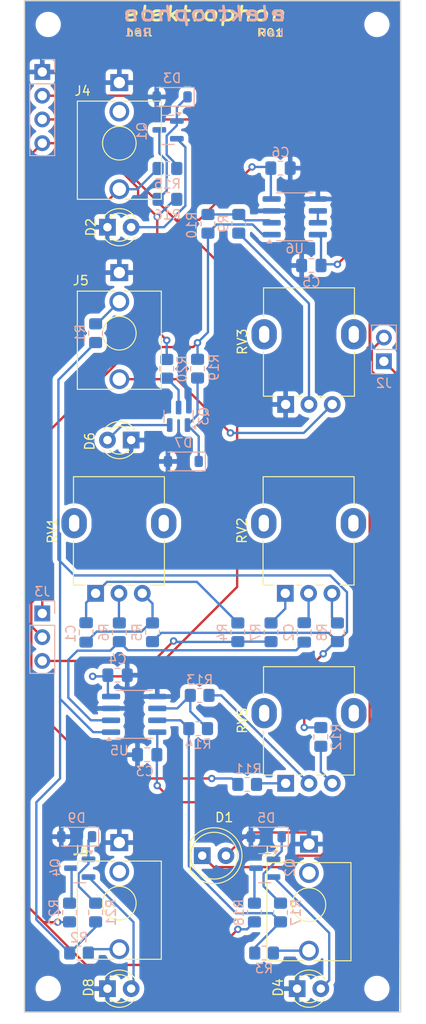
<source format=kicad_pcb>
(kicad_pcb (version 20240108) (generator "pcbnew") (generator_version "8.0")
  (title_block (title "hall") (rev "1") (comment 1 "PCB for mount circuit") (comment 2 "module for a spring reverb tank") (comment 4 "License CC BY 4.0 - Attribution 4.0 International"))
  (layers (0 "F.Cu" signal) (31 "B.Cu" signal) (34 "B.Paste" user) (35 "F.Paste" user) (36 "B.SilkS" user "B.Silkscreen") (37 "F.SilkS" user "F.Silkscreen") (38 "B.Mask" user) (39 "F.Mask" user) (44 "Edge.Cuts" user))
  (net 0 "")
  (net 1 "Net-(J5-PadTN)")
  (net 2 "/REVERB")
  (net 3 "/OUT")
  (net 4 "Net-(J7-PadT)")
  (net 5 "/FB1")
  (net 6 "Net-(D3-K)")
  (net 7 "GND")
  (net 8 "Net-(U6A--)")
  (net 9 "/FB2")
  (net 10 "/IN")
  (net 11 "Net-(C1-Pad1)")
  (net 12 "Net-(C1-Pad2)")
  (net 13 "Net-(U5A--)")
  (net 14 "Net-(D4-A)")
  (net 15 "-15V")
  (net 16 "+15V")
  (net 19 "Net-(C2-Pad2)")
  (net 20 "/LED1")
  (net 21 "/LED2")
  (net 22 "Net-(D5-K)")
  (net 23 "Net-(D6-A)")
  (net 24 "Net-(D7-K)")
  (net 25 "Net-(R6-Pad1)")
  (net 26 "Net-(D8-A)")
  (net 27 "Net-(R13-Pad1)")
  (net 28 "Net-(D9-K)")
  (net 29 "Net-(D2-A)")
  (net 30 "Net-(U5B--)")
  (net 31 "Net-(Q1-C)")
  (net 32 "Net-(Q2-C)")
  (net 33 "+5V")
  (net 34 "Net-(J6-PadT)")
  (net 36 "Net-(Q3-C)")
  (net 37 "Net-(Q4-C)")
  (net 38 "Net-(R7-Pad1)")
  (net 39 "Net-(R8-Pad1)")
  (net 40 "Net-(R11-Pad2)")
  (net 41 "Net-(R12-Pad1)")
  (net 42 "Net-(U6B--)")
  (net 43 "/TONE")
  (net 44 "Net-(J5-PadT)")
  (footprint "MountingHole:MountingHole_2.2mm_M2" (layer "F.Cu") (at 88.56 53.34)
    (property "Reference" "H2" (hide yes))
    (property "Value" "H2" (hide yes))
  )
  (footprint "MountingHole:MountingHole_2.2mm_M2" (layer "F.Cu") (at 53.34 156.44)
    (property "Reference" "H3" (hide yes))
    (property "Value" "H3" (hide yes))
  )
  (footprint "MountingHole:MountingHole_2.2mm_M2" (layer "F.Cu") (at 88.56 156.44)
    (property "Reference" "H4" (hide yes))
    (property "Value" "H4" (hide yes))
  )
  (footprint "LED_THT:LED_D3.0mm" (layer "F.Cu") (at 59.69 156.464)
    (property "Reference" "D8")
    (property "Value" "LED (Red)")
  )
  (footprint "elektrophon:Potentiometer_Alpha_RD901F-40-00D_Single_Vertical" (layer "F.Cu") (at 60.96 106.68 90)
    (property "Reference" "RV1")
    (property "Value" "100k")
  )
  (footprint "elektrophon:elektrophon logo" (layer "F.Cu") (at 70.104 53.213)
    (property "Reference" "REF**" (hide yes))
    (property "Value" "elektrophon logo" (hide yes))
  )
  (footprint "elektrophon:Jack_3.5mm_WQP-PJ398SM_Vertical" (layer "F.Cu") (at 60.96 86.36)
    (property "Reference" "J5")
    (property "Value" "PJ398SM")
  )
  (footprint "elektrophon:Potentiometer_Alpha_RD901F-40-00D_Single_Vertical" (layer "F.Cu") (at 81.32 86.48 90)
    (property "Reference" "RV3")
    (property "Value" "100k")
  )
  (footprint "elektrophon:Jack_3.5mm_WQP-PJ398SM_Vertical" (layer "F.Cu") (at 60.96 147.32)
    (property "Reference" "J6")
    (property "Value" "PJ398SM")
  )
  (footprint "elektrophon:Potentiometer_Alpha_RD901F-40-00D_Single_Vertical" (layer "F.Cu") (at 81.28 106.68 90)
    (property "Reference" "RV2")
    (property "Value" "100k")
  )
  (footprint "LED_THT:LED_D5.0mm" (layer "F.Cu") (at 69.845 142.24)
    (property "Reference" "D1")
    (property "Value" "LED (Red)")
  )
  (footprint "LED_THT:LED_D3.0mm" (layer "F.Cu") (at 80.01 156.464)
    (property "Reference" "D4")
    (property "Value" "LED (Red)")
  )
  (footprint "elektrophon:Potentiometer_Alpha_RD901F-40-00D_Single_Vertical" (layer "F.Cu") (at 81.32 127 90)
    (property "Reference" "RV5")
    (property "Value" "100k")
  )
  (footprint "LED_THT:LED_D3.0mm" (layer "F.Cu") (at 62.23 97.79 180)
    (property "Reference" "D6")
    (property "Value" "LED (Green)")
  )
  (footprint "elektrophon:Jack_3.5mm_WQP-PJ398SM_Vertical" (layer "F.Cu") (at 60.96 66.04)
    (property "Reference" "J4")
    (property "Value" "PJ398SM")
  )
  (footprint "elektrophon:Jack_3.5mm_WQP-PJ398SM_Vertical" (layer "F.Cu") (at 81.28 147.48)
    (property "Reference" "J7")
    (property "Value" "PJ398SM")
  )
  (footprint "MountingHole:MountingHole_2.2mm_M2" (layer "F.Cu") (at 53.34 53.34)
    (property "Reference" "H1" (hide yes))
    (property "Value" "H1")
  )
  (footprint "LED_THT:LED_D3.0mm" (layer "F.Cu") (at 59.685 75.024)
    (property "Reference" "D2")
    (property "Value" "LED (Green)")
  )
  (footprint "Resistor_SMD:R_0805_2012Metric_Pad1.20x1.40mm_HandSolder" (layer "B.Cu") (at 55.626 148.32 -90)
    (property "Reference" "R22")
    (property "Value" "5.1k")
  )
  (footprint "Resistor_SMD:R_0805_2012Metric_Pad1.20x1.40mm_HandSolder" (layer "B.Cu") (at 69.407 128.651)
    (property "Reference" "R14")
    (property "Value" "100k")
  )
  (footprint "Package_SO:SOIC-8_3.9x4.9mm_P1.27mm" (layer "B.Cu") (at 79.756 73.914)
    (property "Reference" "U6")
    (property "Value" "TL072")
  )
  (footprint "Resistor_SMD:R_0805_2012Metric_Pad1.20x1.40mm_HandSolder" (layer "B.Cu") (at 64.516 118.348 -90)
    (property "Reference" "R5")
    (property "Value" "22k")
  )
  (footprint "Diode_SMD:D_SOD-123" (layer "B.Cu") (at 66.615 61.087 180)
    (property "Reference" "D3")
    (property "Value" "1N4148W")
  )
  (footprint "Diode_SMD:D_SOD-123" (layer "B.Cu") (at 67.818 100.076 180)
    (property "Reference" "D7")
    (property "Value" "1N4148W")
  )
  (footprint "Resistor_SMD:R_0805_2012Metric_Pad1.20x1.40mm_HandSolder" (layer "B.Cu") (at 76.47 152.654)
    (property "Reference" "R3")
    (property "Value" "1k")
  )
  (footprint "Connector_PinHeader_2.54mm:PinHeader_1x03_P2.54mm_Vertical" (layer "B.Cu") (at 52.705 116.332 180)
    (property "Reference" "J3")
    (property "Value" "01x03 Male")
  )
  (footprint "Capacitor_SMD:C_0805_2012Metric_Pad1.18x1.45mm_HandSolder" (layer "B.Cu") (at 60.771 122.936 180)
    (property "Reference" "C4")
    (property "Value" "100n")
  )
  (footprint "Resistor_SMD:R_0805_2012Metric_Pad1.20x1.40mm_HandSolder" (layer "B.Cu") (at 77.216 118.348 -90)
    (property "Reference" "R7")
    (property "Value" "10k")
  )
  (footprint "Resistor_SMD:R_0805_2012Metric_Pad1.20x1.40mm_HandSolder" (layer "B.Cu") (at 70.457 74.66 90)
    (property "Reference" "R10")
    (property "Value" "100k")
  )
  (footprint "Capacitor_SMD:C_0805_2012Metric_Pad1.18x1.45mm_HandSolder" (layer "B.Cu") (at 78.232 68.707 180)
    (property "Reference" "C6")
    (property "Value" "100n")
  )
  (footprint "Resistor_SMD:R_0805_2012Metric_Pad1.20x1.40mm_HandSolder" (layer "B.Cu") (at 74.66 134.62)
    (property "Reference" "R11")
    (property "Value" "10k")
  )
  (footprint "Package_TO_SOT_SMD:SOT-23" (layer "B.Cu") (at 66.185 64.613 180)
    (property "Reference" "Q1")
    (property "Value" "MMBT3904")
  )
  (footprint "Connector_PinHeader_2.54mm:PinHeader_1x02_P2.54mm_Vertical" (layer "B.Cu") (at 89.306 89.368)
    (property "Reference" "J2")
    (property "Value" "01x02 Male")
  )
  (footprint "Capacitor_SMD:C_0805_2012Metric_Pad1.18x1.45mm_HandSolder" (layer "B.Cu") (at 63.946 131.445 180)
    (property "Reference" "C3")
    (property "Value" "100n")
  )
  (footprint "Capacitor_SMD:C_0805_2012Metric_Pad1.18x1.45mm_HandSolder" (layer "B.Cu") (at 80.772 118.364 90)
    (property "Reference" "C2")
    (property "Value" "560p (C0G)")
  )
  (footprint "Diode_SMD:D_SOD-123" (layer "B.Cu") (at 76.708 140.208 180)
    (property "Reference" "D5")
    (property "Value" "1N4148W")
  )
  (footprint "Package_SO:SOIC-8_3.9x4.9mm_P1.27mm" (layer "B.Cu") (at 62.549 127.127)
    (property "Reference" "U5")
    (property "Value" "TL072")
  )
  (footprint "Package_TO_SOT_SMD:SOT-23" (layer "B.Cu") (at 67.31 95.25 90)
    (property "Reference" "Q3")
    (property "Value" "MMBT3904")
  )
  (footprint "Resistor_SMD:R_0805_2012Metric_Pad1.20x1.40mm_HandSolder" (layer "B.Cu") (at 75.438 148.32 -90)
    (property "Reference" "R18")
    (property "Value" "5.1k")
  )
  (footprint "Capacitor_SMD:C_0805_2012Metric_Pad1.18x1.45mm_HandSolder" (layer "B.Cu") (at 81.534 79.121 180)
    (property "Reference" "C5")
    (property "Value" "100n")
  )
  (footprint "Resistor_SMD:R_0805_2012Metric_Pad1.20x1.40mm_HandSolder" (layer "B.Cu") (at 73.66 118.348 90)
    (property "Reference" "R4")
    (property "Value" "22k")
  )
  (footprint "Diode_SMD:D_SOD-123" (layer "B.Cu") (at 56.388 140.208 180)
    (property "Reference" "D9")
    (property "Value" "1N4148W")
  )
  (footprint "Resistor_SMD:R_0805_2012Metric_Pad1.20x1.40mm_HandSolder" (layer "B.Cu") (at 73.759 74.66 90)
    (property "Reference" "R9")
    (property "Value" "100k")
  )
  (footprint "Resistor_SMD:R_0805_2012Metric_Pad1.20x1.40mm_HandSolder" (layer "B.Cu") (at 78.232 148.32 90)
    (property "Reference" "R17")
    (property "Value" "100k")
  )
  (footprint "Resistor_SMD:R_0805_2012Metric_Pad1.20x1.40mm_HandSolder" (layer "B.Cu") (at 66.04 90.17 90)
    (property "Reference" "R20")
    (property "Value" "5.1k")
  )
  (footprint "Resistor_SMD:R_0805_2012Metric_Pad1.20x1.40mm_HandSolder" (layer "B.Cu") (at 66.115 68.743)
    (property "Reference" "R15")
    (property "Value" "100k")
  )
  (footprint "Resistor_SMD:R_0805_2012Metric_Pad1.20x1.40mm_HandSolder" (layer "B.Cu") (at 69.566 125.095 180)
    (property "Reference" "R13")
    (property "Value" "100k")
  )
  (footprint "Capacitor_SMD:C_0805_2012Metric_Pad1.18x1.45mm_HandSolder" (layer "B.Cu") (at 57.404 118.364 90)
    (property "Reference" "C1")
    (property "Value" "47n (C0G)")
  )
  (footprint "Package_TO_SOT_SMD:SOT-23" (layer "B.Cu") (at 56.7205 143.576 180)
    (property "Reference" "Q4")
    (property "Value" "MMBT3904")
  )
  (footprint "Resistor_SMD:R_0805_2012Metric_Pad1.20x1.40mm_HandSolder" (layer "B.Cu") (at 56.642 152.654 180)
    (property "Reference" "R2")
    (property "Value" "1k")
  )
  (footprint "Resistor_SMD:R_0805_2012Metric_Pad1.20x1.40mm_HandSolder" (layer "B.Cu") (at 58.42 148.32 90)
    (property "Reference" "R21")
    (property "Value" "100k")
  )
  (footprint "Package_TO_SOT_SMD:SOT-23" (layer "B.Cu") (at 76.54 143.576 180)
    (property "Reference" "Q2")
    (property "Value" "MMBT3904")
  )
  (footprint "Resistor_SMD:R_0805_2012Metric_Pad1.20x1.40mm_HandSolder" (layer "B.Cu") (at 69.342 90.154 -90)
    (property "Reference" "R19")
    (property "Value" "100k")
  )
  (footprint "Resistor_SMD:R_0805_2012Metric_Pad1.20x1.40mm_HandSolder" (layer "B.Cu") (at 58.42 86.36 -90)
    (property "Reference" "R1")
    (property "Value" "1k")
  )
  (footprint "Connector_PinHeader_2.54mm:PinHeader_1x04_P2.54mm_Vertical" (layer "B.Cu") (at 52.705 58.42 180)
    (property "Reference" "J1" (hide yes))
    (property "Value" "01x04 Male")
  )
  (footprint "Resistor_SMD:R_0805_2012Metric_Pad1.20x1.40mm_HandSolder" (layer "B.Cu") (at 82.55 129.54 90)
    (property "Reference" "R12")
    (property "Value" "10k")
  )
  (footprint "Resistor_SMD:R_0805_2012Metric_Pad1.20x1.40mm_HandSolder" (layer "B.Cu") (at 60.96 118.348 -90)
    (property "Reference" "R6")
    (property "Value" "22k")
  )
  (footprint "Resistor_SMD:R_0805_2012Metric_Pad1.20x1.40mm_HandSolder" (layer "B.Cu") (at 84.328 118.348 -90)
    (property "Reference" "R8")
    (property "Value" "10k")
  )
  (footprint "Resistor_SMD:R_0805_2012Metric_Pad1.20x1.40mm_HandSolder" (layer "B.Cu") (at 66.115 72.045)
    (property "Reference" "R16")
    (property "Value" "5.1k")
  )
  (gr_line (start 50.8 50.8) (end 50.8 158.98) (stroke (width 0.15)) (layer "Edge.Cuts"))
  (gr_line (start 50.8 50.8) (end 91.1 50.8) (stroke (width 0.15)) (layer "Edge.Cuts"))
  (gr_line (start 91.1 158.98) (end 50.8 158.98) (stroke (width 0.15)) (layer "Edge.Cuts"))
  (gr_line (start 91.1 50.8) (end 91.1 158.98) (stroke (width 0.15)) (layer "Edge.Cuts"))
  (segment (start 58.42 85.36) (end 58.58 85.36) (width 0.25) (layer "B.Cu") (net 1))
  (segment (start 58.58 85.36) (end 60.96 82.98) (width 0.25) (layer "B.Cu") (net 1))
  (segment (start 64.643 121.412) (end 66.774278 119.280722) (width 0.25) (layer "F.Cu") (net 2))
  (segment (start 53.34 121.412) (end 64.643 121.412) (width 0.25) (layer "F.Cu") (net 2))
  (via (at 66.774278 119.280722) (size 0.8) (drill 0.4) (layers "F.Cu" "B.Cu") (net 2))
  (segment (start 66.873556 119.38) (end 66.774278 119.280722) (width 0.25) (layer "B.Cu") (net 2))
  (segment (start 73.66 119.348) (end 73.628 119.38) (width 0.25) (layer "B.Cu") (net 2))
  (segment (start 77.216 119.348) (end 73.66 119.348) (width 0.25) (layer "B.Cu") (net 2))
  (segment (start 73.628 119.38) (end 66.873556 119.38) (width 0.25) (layer "B.Cu") (net 2))
  (segment (start 65.024 127.762) (end 67.518 127.762) (width 0.25) (layer "B.Cu") (net 3))
  (segment (start 68.407 143.337) (end 68.407 128.651) (width 0.25) (layer "B.Cu") (net 3))
  (segment (start 77.307 148.395) (end 73.465 148.395) (width 0.25) (layer "B.Cu") (net 3))
  (segment (start 73.465 148.395) (end 68.407 143.337) (width 0.25) (layer "B.Cu") (net 3))
  (segment (start 75.47 152.082) (end 78.232 149.32) (width 0.25) (layer "B.Cu") (net 3))
  (segment (start 75.47 152.654) (end 75.47 152.082) (width 0.25) (layer "B.Cu") (net 3))
  (segment (start 67.518 127.762) (end 68.407 128.651) (width 0.25) (layer "B.Cu") (net 3))
  (segment (start 78.232 149.32) (end 77.307 148.395) (width 0.25) (layer "B.Cu") (net 3))
  (segment (start 77.724 152.4) (end 81.28 152.4) (width 0.25) (layer "B.Cu") (net 4))
  (segment (start 77.47 152.654) (end 77.724 152.4) (width 0.25) (layer "B.Cu") (net 4))
  (segment (start 81.28 83.181) (end 73.759 75.66) (width 0.25) (layer "B.Cu") (net 5))
  (segment (start 81.28 93.98) (end 81.28 83.181) (width 0.25) (layer "B.Cu") (net 5))
  (segment (start 66.031751 67.269855) (end 66.031751 65.238) (width 0.25) (layer "B.Cu") (net 6))
  (segment (start 67.1225 64.147251) (end 67.1225 63.663) (width 0.25) (layer "B.Cu") (net 6))
  (segment (start 67.1225 63.663) (end 67.1225 62.2295) (width 0.25) (layer "B.Cu") (net 6))
  (segment (start 67.115 68.353104) (end 66.031751 67.269855) (width 0.25) (layer "B.Cu") (net 6))
  (segment (start 67.1225 62.2295) (end 68.265 61.087) (width 0.25) (layer "B.Cu") (net 6))
  (segment (start 66.031751 65.238) (end 67.1225 64.147251) (width 0.25) (layer "B.Cu") (net 6))
  (segment (start 67.115 68.743) (end 67.115 68.353104) (width 0.25) (layer "B.Cu") (net 6))
  (segment (start 77.017499 74.285499) (end 74.384499 74.285499) (width 0.25) (layer "B.Cu") (net 8))
  (segment (start 73.759 73.66) (end 70.457 73.66) (width 0.25) (layer "B.Cu") (net 8))
  (segment (start 74.384499 74.285499) (end 73.759 73.66) (width 0.25) (layer "B.Cu") (net 8))
  (segment (start 77.281 74.549) (end 77.017499 74.285499) (width 0.25) (layer "B.Cu") (net 8))
  (segment (start 52.705 116.332) (end 52.705 97.569242) (width 0.25) (layer "F.Cu") (net 9))
  (segment (start 62.427743 87.8465) (end 68.8715 87.8465) (width 0.25) (layer "F.Cu") (net 9))
  (segment (start 68.8715 87.8465) (end 69.337701 87.380299) (width 0.25) (layer "F.Cu") (net 9))
  (segment (start 52.705 97.569242) (end 62.427743 87.8465) (width 0.25) (layer "F.Cu") (net 9))
  (via (at 69.337701 87.380299) (size 0.8) (drill 0.4) (layers "F.Cu" "B.Cu") (net 9))
  (segment (start 76.327 75.819) (end 77.281 75.819) (width 0.25) (layer "B.Cu") (net 9))
  (segment (start 70.457 75.66) (end 70.457 86.261) (width 0.25) (layer "B.Cu") (net 9))
  (segment (start 70.457 86.261) (end 69.337701 87.380299) (width 0.25) (layer "B.Cu") (net 9))
  (segment (start 69.342 87.384598) (end 69.337701 87.380299) (width 0.25) (layer "B.Cu") (net 9))
  (segment (start 69.342 89.154) (end 69.342 87.384598) (width 0.25) (layer "B.Cu") (net 9))
  (segment (start 70.457 75.66) (end 71.382 74.735) (width 0.25) (layer "B.Cu") (net 9))
  (segment (start 75.243 74.735) (end 76.327 75.819) (width 0.25) (layer "B.Cu") (net 9))
  (segment (start 71.382 74.735) (end 75.243 74.735) (width 0.25) (layer "B.Cu") (net 9))
  (segment (start 51.53 117.348) (end 51.53 126.079) (width 0.25) (layer "F.Cu") (net 10))
  (segment (start 60.96 70.96) (end 51.943 79.977) (width 0.25) (layer "F.Cu") (net 10))
  (segment (start 51.53 115.189) (end 51.53 117.348) (width 0.25) (layer "F.Cu") (net 10))
  (segment (start 51.53 117.697) (end 52.705 118.872) (width 0.25) (layer "F.Cu") (net 10))
  (segment (start 51.943 79.977) (end 51.943 114.776) (width 0.25) (layer "F.Cu") (net 10))
  (segment (start 51.943 114.776) (end 51.53 115.189) (width 0.25) (layer "F.Cu") (net 10))
  (segment (start 59.436 133.985) (end 70.866 133.985) (width 0.25) (layer "F.Cu") (net 10))
  (segment (start 51.53 126.079) (end 59.436 133.985) (width 0.25) (layer "F.Cu") (net 10))
  (segment (start 51.53 117.348) (end 51.53 117.697) (width 0.25) (layer "F.Cu") (net 10))
  (via (at 70.866 133.985) (size 0.8) (drill 0.4) (layers "F.Cu" "B.Cu") (net 10))
  (segment (start 62.898 70.96) (end 60.96 70.96) (width 0.25) (layer "B.Cu") (net 10))
  (segment (start 65.115 68.743) (end 62.898 70.96) (width 0.25) (layer "B.Cu") (net 10))
  (segment (start 73.025 133.985) (end 70.866 133.985) (width 0.25) (layer "B.Cu") (net 10))
  (segment (start 73.66 134.62) (end 73.025 133.985) (width 0.25) (layer "B.Cu") (net 10))
  (segment (start 64.516 117.348) (end 64.516 115.276) (width 0.25) (layer "B.Cu") (net 11))
  (segment (start 57.404 119.4015) (end 58.5325 118.273) (width 0.25) (layer "B.Cu") (net 11))
  (segment (start 64.516 115.276) (end 63.42 114.18) (width 0.25) (layer "B.Cu") (net 11))
  (segment (start 64.267137 117.348) (end 64.516 117.348) (width 0.25) (layer "B.Cu") (net 11))
  (segment (start 63.342137 118.273) (end 64.267137 117.348) (width 0.25) (layer "B.Cu") (net 11))
  (segment (start 58.5325 118.273) (end 63.342137 118.273) (width 0.25) (layer "B.Cu") (net 11))
  (segment (start 57.404 115.196) (end 57.404 117.3265) (width 0.25) (layer "B.Cu") (net 12))
  (segment (start 59.645 112.955) (end 69.267 112.955) (width 0.25) (layer "B.Cu") (net 12))
  (segment (start 58.42 114.18) (end 59.645 112.955) (width 0.25) (layer "B.Cu") (net 12))
  (segment (start 58.42 114.18) (end 57.404 115.196) (width 0.25) (layer "B.Cu") (net 12))
  (segment (start 69.267 112.955) (end 73.66 117.348) (width 0.25) (layer "B.Cu") (net 12))
  (segment (start 60.96 119.348) (end 59.994 120.314) (width 0.25) (layer "B.Cu") (net 13))
  (segment (start 55.499 121.285) (end 55.499 125.349) (width 0.25) (layer "B.Cu") (net 13))
  (segment (start 61.885 120.273) (end 60.96 119.348) (width 0.25) (layer "B.Cu") (net 13))
  (segment (start 59.994 120.314) (end 56.47 120.314) (width 0.25) (layer "B.Cu") (net 13))
  (segment (start 80.772 119.4015) (end 79.9005 120.273) (width 0.25) (layer "B.Cu") (net 13))
  (segment (start 56.47 120.314) (end 55.499 121.285) (width 0.25) (layer "B.Cu") (net 13))
  (segment (start 55.499 125.349) (end 57.912 127.762) (width 0.25) (layer "B.Cu") (net 13))
  (segment (start 57.912 127.762) (end 60.074 127.762) (width 0.25) (layer "B.Cu") (net 13))
  (segment (start 79.9005 120.273) (end 61.885 120.273) (width 0.25) (layer "B.Cu") (net 13))
  (segment (start 83.45 150.4985) (end 83.45 155.564) (width 0.25) (layer "B.Cu") (net 14))
  (segment (start 83.45 155.564) (end 82.55 156.464) (width 0.25) (layer "B.Cu") (net 14))
  (segment (start 77.4775 144.526) (end 83.45 150.4985) (width 0.25) (layer "B.Cu") (net 14))
  (segment (start 56.26169 63.5) (end 66.992845 74.231155) (width 0.25) (layer "F.Cu") (net 15))
  (segment (start 52.705 63.5) (end 56.26169 63.5) (width 0.25) (layer "F.Cu") (net 15))
  (segment (start 69.532845 74.231155) (end 66.992845 74.231155) (width 0.25) (layer "F.Cu") (net 15))
  (segment (start 73.5855 80.82381) (end 73.5855 113.494098) (width 0.25) (layer "F.Cu") (net 15))
  (segment (start 64.016598 123.063) (end 58.104 123.063) (width 0.25) (layer "F.Cu") (net 15))
  (segment (start 75.184 68.58) (end 69.532845 74.231155) (width 0.25) (layer "F.Cu") (net 15))
  (segment (start 73.5855 113.494098) (end 64.016598 123.063) (width 0.25) (layer "F.Cu") (net 15))
  (segment (start 66.992845 74.231155) (end 73.5855 80.82381) (width 0.25) (layer "F.Cu") (net 15))
  (via (at 75.184 68.58) (size 0.8) (drill 0.4) (layers "F.Cu" "B.Cu") (net 15))
  (via (at 58.104 123.063) (size 0.8) (drill 0.4) (layers "F.Cu" "B.Cu") (net 15))
  (segment (start 58.104 123.063) (end 59.6065 123.063) (width 0.25) (layer "B.Cu") (net 15))
  (segment (start 59.7335 122.936) (end 59.7335 124.8815) (width 0.25) (layer "B.Cu") (net 15))
  (segment (start 59.7335 124.8815) (end 60.074 125.222) (width 0.25) (layer "B.Cu") (net 15))
  (segment (start 59.6065 123.063) (end 59.7335 122.936) (width 0.25) (layer "B.Cu") (net 15))
  (segment (start 75.184 68.58) (end 77.0675 68.58) (width 0.25) (layer "B.Cu") (net 15))
  (segment (start 77.1945 68.707) (end 77.1945 71.9225) (width 0.25) (layer "B.Cu") (net 15))
  (segment (start 77.0675 68.58) (end 77.1945 68.707) (width 0.25) (layer "B.Cu") (net 15))
  (segment (start 77.1945 71.9225) (end 77.281 72.009) (width 0.25) (layer "B.Cu") (net 15))
  (segment (start 62.09 60.96) (end 64.63 63.5) (width 0.25) (layer "F.Cu") (net 16))
  (segment (start 87.561499 90.609189) (end 87.561499 87.951811) (width 0.25) (layer "F.Cu") (net 16))
  (segment (start 87.783 132.562) (end 87.783 90.83069) (width 0.25) (layer "F.Cu") (net 16))
  (segment (start 87.783 70.485) (end 87.783 75.539) (width 0.25) (layer "F.Cu") (net 16))
  (segment (start 65.024 134.747) (end 66.802 136.525) (width 0.25) (layer "F.Cu") (net 16))
  (segment (start 87.783 75.539) (end 84.328 78.994) (width 0.25) (layer "F.Cu") (net 16))
  (segment (start 82.296 63.5) (end 87.783 68.987) (width 0.25) (layer "F.Cu") (net 16))
  (segment (start 52.705 60.96) (end 62.09 60.96) (width 0.25) (layer "F.Cu") (net 16))
  (segment (start 87.783 90.83069) (end 87.561499 90.609189) (width 0.25) (layer "F.Cu") (net 16))
  (segment (start 83.82 136.525) (end 87.783 132.562) (width 0.25) (layer "F.Cu") (net 16))
  (segment (start 64.63 63.5) (end 82.296 63.5) (width 0.25) (layer "F.Cu") (net 16))
  (segment (start 87.783 87.73031) (end 87.783 70.485) (width 0.25) (layer "F.Cu") (net 16))
  (segment (start 87.783 70.485) (end 87.783 68.987) (width 0.25) (layer "F.Cu") (net 16))
  (segment (start 66.802 136.525) (end 83.82 136.525) (width 0.25) (layer "F.Cu") (net 16))
  (segment (start 87.561499 87.951811) (end 87.783 87.73031) (width 0.25) (layer "F.Cu") (net 16))
  (via (at 65.024 134.747) (size 0.8) (drill 0.4) (layers "F.Cu" "B.Cu") (net 16))
  (via (at 84.328 78.994) (size 0.8) (drill 0.4) (layers "F.Cu" "B.Cu") (net 16))
  (segment (start 84.328 78.994) (end 82.6985 78.994) (width 0.25) (layer "B.Cu") (net 16))
  (segment (start 65.024 129.032) (end 65.024 131.4045) (width 0.25) (layer "B.Cu") (net 16))
  (segment (start 82.5715 76.1595) (end 82.231 75.819) (width 0.25) (layer "B.Cu") (net 16))
  (segment (start 64.9835 131.445) (end 64.9835 134.7065) (width 0.25) (layer "B.Cu") (net 16))
  (segment (start 65.024 131.4045) (end 64.9835 131.445) (width 0.25) (layer "B.Cu") (net 16))
  (segment (start 82.6985 78.994) (end 82.5715 79.121) (width 0.25) (layer "B.Cu") (net 16))
  (segment (start 82.5715 79.121) (end 82.5715 76.1595) (width 0.25) (layer "B.Cu") (net 16))
  (segment (start 64.9835 134.7065) (end 65.024 134.747) (width 0.25) (layer "B.Cu") (net 16))
  (segment (start 80.772 117.3265) (end 81.24 116.8585) (width 0.25) (layer "B.Cu") (net 19))
  (segment (start 81.24 116.8585) (end 81.24 114.18) (width 0.25) (layer "B.Cu") (net 19))
  (segment (start 89.306 89.368) (end 90.481 90.543) (width 0.25) (layer "F.Cu") (net 20))
  (segment (start 90.481 134.329) (end 82.57 142.24) (width 0.25) (layer "F.Cu") (net 20))
  (segment (start 82.57 142.24) (end 79.99 142.24) (width 0.25) (layer "F.Cu") (net 20))
  (segment (start 71.07 143.465) (end 69.845 142.24) (width 0.25) (layer "F.Cu") (net 20))
  (segment (start 78.765 143.465) (end 71.07 143.465) (width 0.25) (layer "F.Cu") (net 20))
  (segment (start 79.99 142.24) (end 78.765 143.465) (width 0.25) (layer "F.Cu") (net 20))
  (segment (start 90.481 90.543) (end 90.481 134.329) (width 0.25) (layer "F.Cu") (net 20))
  (segment (start 89.306 91.718) (end 88.011 90.423) (width 0.25) (layer "F.Cu") (net 21))
  (segment (start 81.221396 139.76) (end 89.306 131.675396) (width 0.25) (layer "F.Cu") (net 21))
  (segment (start 88.011 88.138) (end 89.306 86.843) (width 0.25) (layer "F.Cu") (net 21))
  (segment (start 88.011 90.423) (end 88.011 88.138) (width 0.25) (layer "F.Cu") (net 21))
  (segment (start 74.865 139.76) (end 81.221396 139.76) (width 0.25) (layer "F.Cu") (net 21))
  (segment (start 89.306 131.675396) (end 89.306 91.718) (width 0.25) (layer "F.Cu") (net 21))
  (segment (start 72.385 142.24) (end 74.865 139.76) (width 0.25) (layer "F.Cu") (net 21))
  (segment (start 89.306 86.843) (end 89.306 86.828) (width 0.25) (layer "F.Cu") (net 21))
  (segment (start 77.4775 142.626) (end 77.4775 143.116749) (width 0.25) (layer "B.Cu") (net 22))
  (segment (start 78.358 140.208) (end 78.358 141.7455) (width 0.25) (layer "B.Cu") (net 22))
  (segment (start 77.4775 143.116749) (end 76.415 144.179249) (width 0.25) (layer "B.Cu") (net 22))
  (segment (start 78.358 141.7455) (end 77.4775 142.626) (width 0.25) (layer "B.Cu") (net 22))
  (segment (start 76.415 144.179249) (end 76.415 145.503) (width 0.25) (layer "B.Cu") (net 22))
  (segment (start 76.415 145.503) (end 78.232 147.32) (width 0.25) (layer "B.Cu") (net 22))
  (segment (start 59.69 97.79) (end 61.2925 96.1875) (width 0.25) (layer "B.Cu") (net 23))
  (segment (start 61.2925 96.1875) (end 66.36 96.1875) (width 0.25) (layer "B.Cu") (net 23))
  (segment (start 69.468 97.3955) (end 68.26 96.1875) (width 0.25) (layer "B.Cu") (net 24))
  (segment (start 69.468 100.076) (end 69.468 97.3955) (width 0.25) (layer "B.Cu") (net 24))
  (segment (start 68.26 96.1875) (end 69.342 95.1055) (width 0.25) (layer "B.Cu") (net 24))
  (segment (start 69.342 95.1055) (end 69.342 91.154) (width 0.25) (layer "B.Cu") (net 24))
  (segment (start 60.92 114.18) (end 60.92 117.308) (width 0.25) (layer "B.Cu") (net 25))
  (segment (start 60.92 117.308) (end 60.96 117.348) (width 0.25) (layer "B.Cu") (net 25))
  (segment (start 62.484 149.352) (end 62.484 156.21) (width 0.25) (layer "B.Cu") (net 26))
  (segment (start 62.484 156.21) (end 62.23 156.464) (width 0.25) (layer "B.Cu") (net 26))
  (segment (start 57.658 144.526) (end 62.484 149.352) (width 0.25) (layer "B.Cu") (net 26))
  (segment (start 71.875 125.095) (end 81.28 134.5) (width 0.25) (layer "B.Cu") (net 27))
  (segment (start 70.566 125.095) (end 71.875 125.095) (width 0.25) (layer "B.Cu") (net 27))
  (segment (start 57.658 143.116749) (end 57.658 142.626) (width 0.25) (layer "B.Cu") (net 28))
  (segment (start 56.5955 144.179249) (end 57.658 143.116749) (width 0.25) (layer "B.Cu") (net 28))
  (segment (start 57.658 142.626) (end 57.658 140.588) (width 0.25) (layer "B.Cu") (net 28))
  (segment (start 57.658 140.588) (end 58.038 140.208) (width 0.25) (layer "B.Cu") (net 28))
  (segment (start 58.42 147.336) (end 56.5955 145.5115) (width 0.25) (layer "B.Cu") (net 28))
  (segment (start 56.5955 145.5115) (end 56.5955 144.179249) (width 0.25) (layer "B.Cu") (net 28))
  (segment (start 68.04 66.4805) (end 68.04 72.733173) (width 0.25) (layer "B.Cu") (net 29))
  (segment (start 67.1225 65.563) (end 68.04 66.4805) (width 0.25) (layer "B.Cu") (net 29))
  (segment (start 65.749173 75.024) (end 62.225 75.024) (width 0.25) (layer "B.Cu") (net 29))
  (segment (start 68.04 72.733173) (end 65.749173 75.024) (width 0.25) (layer "B.Cu") (net 29))
  (segment (start 67.169 126.492) (end 68.566 125.095) (width 0.25) (layer "B.Cu") (net 30))
  (segment (start 68.566 126.81) (end 70.407 128.651) (width 0.25) (layer "B.Cu") (net 30))
  (segment (start 65.024 126.492) (end 67.169 126.492) (width 0.25) (layer "B.Cu") (net 30))
  (segment (start 68.566 125.095) (end 68.566 126.81) (width 0.25) (layer "B.Cu") (net 30))
  (segment (start 65.2475 67.122) (end 66.04 67.9145) (width 0.25) (layer "B.Cu") (net 31))
  (segment (start 66.04 71.12) (end 65.115 72.045) (width 0.25) (layer "B.Cu") (net 31))
  (segment (start 66.04 67.9145) (end 66.04 71.12) (width 0.25) (layer "B.Cu") (net 31))
  (segment (start 65.2475 64.613) (end 65.2475 67.122) (width 0.25) (layer "B.Cu") (net 31))
  (segment (start 75.438 143.7405) (end 75.6025 143.576) (width 0.25) (layer "B.Cu") (net 32))
  (segment (start 75.438 147.32) (end 75.438 143.7405) (width 0.25) (layer "B.Cu") (net 32))
  (segment (start 52.705 66.04) (end 51.080499 67.664501) (width 0.25) (layer "F.Cu") (net 33))
  (segment (start 65.024 86.106) (end 66.04 87.122) (width 0.25) (layer "F.Cu") (net 33))
  (segment (start 51.080499 147.600499) (end 52.197 148.717) (width 0.25) (layer "F.Cu") (net 33))
  (segment (start 57.404 153.924) (end 69.85 153.924) (width 0.25) (layer "F.Cu") (net 33))
  (segment (start 52.197 148.717) (end 52.832 149.352) (width 0.25) (layer "F.Cu") (net 33))
  (segment (start 69.85 153.924) (end 73.66 150.114) (width 0.25) (layer "F.Cu") (net 33))
  (segment (start 51.080499 67.664501) (end 51.080499 147.600499) (width 0.25) (layer "F.Cu") (net 33))
  (segment (start 62.969878 70.843878) (end 62.969878 71.859878) (width 0.25) (layer "F.Cu") (net 33))
  (segment (start 52.197 148.717) (end 57.404 153.924) (width 0.25) (layer "F.Cu") (net 33))
  (segment (start 65.024 73.914) (end 65.024 86.106) (width 0.25) (layer "F.Cu") (net 33))
  (segment (start 52.832 149.352) (end 54.356 149.352) (width 0.25) (layer "F.Cu") (net 33))
  (segment (start 52.705 66.04) (end 58.166 66.04) (width 0.25) (layer "F.Cu") (net 33))
  (segment (start 62.969878 71.859878) (end 65.024 73.914) (width 0.25) (layer "F.Cu") (net 33))
  (segment (start 58.166 66.04) (end 62.969878 70.843878) (width 0.25) (layer "F.Cu") (net 33))
  (via (at 73.66 150.114) (size 0.8) (drill 0.4) (layers "F.Cu" "B.Cu") (net 33))
  (via (at 65.024 73.914) (size 0.8) (drill 0.4) (layers "F.Cu" "B.Cu") (net 33))
  (via (at 66.04 87.122) (size 0.8) (drill 0.4) (layers "F.Cu" "B.Cu") (net 33))
  (via (at 54.356 149.352) (size 0.8) (drill 0.4) (layers "F.Cu" "B.Cu") (net 33))
  (segment (start 55.594 149.352) (end 55.626 149.32) (width 0.25) (layer "B.Cu") (net 33))
  (segment (start 66.893 72.045) (end 67.115 72.045) (width 0.25) (layer "B.Cu") (net 33))
  (segment (start 74.644 150.114) (end 75.438 149.32) (width 0.25) (layer "B.Cu") (net 33))
  (segment (start 54.356 149.352) (end 55.594 149.352) (width 0.25) (layer "B.Cu") (net 33))
  (segment (start 65.024 73.914) (end 66.893 72.045) (width 0.25) (layer "B.Cu") (net 33))
  (segment (start 73.66 150.114) (end 74.644 150.114) (width 0.25) (layer "B.Cu") (net 33))
  (segment (start 66.04 87.122) (end 66.04 89.17) (width 0.25) (layer "B.Cu") (net 33))
  (segment (start 58.056 152.24) (end 57.642 152.654) (width 0.25) (layer "B.Cu") (net 34))
  (segment (start 60.96 152.24) (end 58.056 152.24) (width 0.25) (layer "B.Cu") (net 34))
  (segment (start 67.31 92.44) (end 66.04 91.17) (width 0.25) (layer "B.Cu") (net 36))
  (segment (start 67.31 94.3125) (end 67.31 92.44) (width 0.25) (layer "B.Cu") (net 36))
  (segment (start 55.783 143.576) (end 55.845 143.638) (width 0.25) (layer "B.Cu") (net 37))
  (segment (start 55.845 143.638) (end 55.845 147.101) (width 0.25) (layer "B.Cu") (net 37))
  (segment (start 55.845 147.101) (end 55.626 147.32) (width 0.25) (layer "B.Cu") (net 37))
  (segment (start 78.74 115.824) (end 78.74 114.18) (width 0.25) (layer "B.Cu") (net 38))
  (segment (start 77.216 117.348) (end 78.74 115.824) (width 0.25) (layer "B.Cu") (net 38))
  (segment (start 84.328 117.348) (end 83.74 116.76) (width 0.25) (layer "B.Cu") (net 39))
  (segment (start 83.74 116.76) (end 83.74 114.18) (width 0.25) (layer "B.Cu") (net 39))
  (segment (start 75.78 134.5) (end 75.66 134.62) (width 0.25) (layer "B.Cu") (net 40))
  (segment (start 78.78 134.5) (end 75.78 134.5) (width 0.25) (layer "B.Cu") (net 40))
  (segment (start 82.55 133.27) (end 83.78 134.5) (width 0.25) (layer "B.Cu") (net 41))
  (segment (start 82.55 130.54) (end 82.55 133.27) (width 0.25) (layer "B.Cu") (net 41))
  (segment (start 82.231 73.279) (end 82.231 74.549) (width 0.25) (layer "B.Cu") (net 42))
  (segment (start 82.804 120.65) (end 80.772 122.682) (width 0.25) (layer "F.Cu") (net 43))
  (segment (start 80.772 122.682) (end 80.772 128.524) (width 0.25) (layer "F.Cu") (net 43))
  (via (at 80.772 128.524) (size 0.8) (drill 0.4) (layers "F.Cu" "B.Cu") (net 43))
  (via (at 82.804 120.65) (size 0.8) (drill 0.4) (layers "F.Cu" "B.Cu") (net 43))
  (segment (start 83.560412 112.268) (end 56.134 112.268) (width 0.25) (layer "B.Cu") (net 43))
  (segment (start 84.328 119.348) (end 85.353 118.323) (width 0.25) (layer "B.Cu") (net 43))
  (segment (start 54.435 107.63795) (end 54.61 107.81295) (width 0.25) (layer "B.Cu") (net 43))
  (segment (start 64.516 119.348) (end 65.457827 118.406173) (width 0.25) (layer "B.Cu") (net 43))
  (segment (start 54.61 125.477396) (end 58.164604 129.032) (width 0.25) (layer "B.Cu") (net 43))
  (segment (start 56.134 112.268) (end 54.435 110.569) (width 0.25) (layer "B.Cu") (net 43))
  (segment (start 52.07 149.082) (end 52.07 136.525) (width 0.25) (layer "B.Cu") (net 43))
  (segment (start 54.61 124.968) (end 54.61 125.477396) (width 0.25) (layer "B.Cu") (net 43))
  (segment (start 80.772 128.524) (end 82.534 128.524) (width 0.25) (layer "B.Cu") (net 43))
  (segment (start 54.435 91.345) (end 58.42 87.36) (width 0.25) (layer "B.Cu") (net 43))
  (segment (start 85.353 118.323) (end 85.353 114.060588) (width 0.25) (layer "B.Cu") (net 43))
  (segment (start 54.435 107.63795) (end 54.435 91.345) (width 0.25) (layer "B.Cu") (net 43))
  (segment (start 58.42 149.876) (end 58.42 149.336) (width 0.25) (layer "B.Cu") (net 43))
  (segment (start 83.386173 118.406173) (end 84.328 119.348) (width 0.25) (layer "B.Cu") (net 43))
  (segment (start 82.534 128.524) (end 82.55 128.54) (width 0.25) (layer "B.Cu") (net 43))
  (segment (start 54.61 124.968) (end 54.61 133.985) (width 0.25) (layer "B.Cu") (net 43))
  (segment (start 55.642 152.654) (end 52.07 149.082) (width 0.25) (layer "B.Cu") (net 43))
  (segment (start 55.642 152.654) (end 58.42 149.876) (width 0.25) (layer "B.Cu") (net 43))
  (segment (start 85.353 114.060588) (end 83.560412 112.268) (width 0.25) (layer "B.Cu") (net 43))
  (segment (start 54.435 110.569) (end 54.435 107.63795) (width 0.25) (layer "B.Cu") (net 43))
  (segment (start 84.106 119.348) (end 82.804 120.65) (width 0.25) (layer "B.Cu") (net 43))
  (segment (start 65.457827 118.406173) (end 83.386173 118.406173) (width 0.25) (layer "B.Cu") (net 43))
  (segment (start 58.164604 129.032) (end 60.074 129.032) (width 0.25) (layer "B.Cu") (net 43))
  (segment (start 54.61 107.81295) (end 54.61 124.968) (width 0.25) (layer "B.Cu") (net 43))
  (segment (start 54.61 133.985) (end 52.07 136.525) (width 0.25) (layer "B.Cu") (net 43))
  (segment (start 84.328 119.348) (end 84.106 119.348) (width 0.25) (layer "B.Cu") (net 43))
  (segment (start 67.113 91.28) (end 72.861 97.028) (width 0.25) (layer "F.Cu") (net 44))
  (segment (start 60.96 91.28) (end 67.113 91.28) (width 0.25) (layer "F.Cu") (net 44))
  (via (at 72.861 97.028) (size 0.8) (drill 0.4) (layers "F.Cu" "B.Cu") (net 44))
  (segment (start 80.732 97.028) (end 72.861 97.028) (width 0.25) (layer "B.Cu") (net 44))
  (segment (start 83.78 93.98) (end 80.732 97.028) (width 0.25) (layer "B.Cu") (net 44))
  (zone (net 7) (net_name "GND") (layer "B.Cu") (connect_pads (clearance 0.5)) (min_thickness 0.25) (fill yes (thermal_gap 0.5) (thermal_bridge_width 0.5))
    (polygon (pts (xy 50.8 50.8) (xy 91.44 50.8) (xy 90.932 159.004) (xy 50.8 159.004)))
  )
)
</source>
